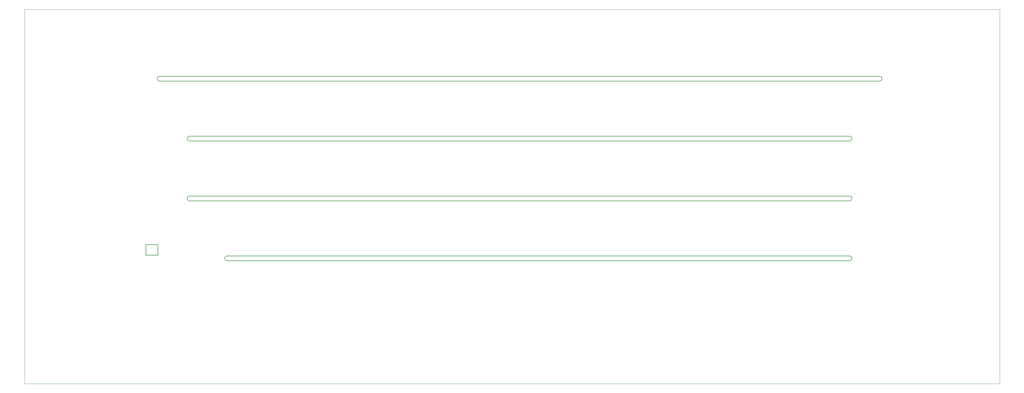
<source format=gbr>
%TF.GenerationSoftware,KiCad,Pcbnew,(5.1.10)-1*%
%TF.CreationDate,2022-05-03T20:22:30+07:00*%
%TF.ProjectId,75F,3735462e-6b69-4636-9164-5f7063625858,rev?*%
%TF.SameCoordinates,Original*%
%TF.FileFunction,Profile,NP*%
%FSLAX46Y46*%
G04 Gerber Fmt 4.6, Leading zero omitted, Abs format (unit mm)*
G04 Created by KiCad (PCBNEW (5.1.10)-1) date 2022-05-03 20:22:30*
%MOMM*%
%LPD*%
G01*
G04 APERTURE LIST*
%TA.AperFunction,Profile*%
%ADD10C,0.050000*%
%TD*%
%TA.AperFunction,Profile*%
%ADD11C,0.200000*%
%TD*%
%TA.AperFunction,Profile*%
%ADD12C,0.150000*%
%TD*%
G04 APERTURE END LIST*
D10*
X328612500Y-133350000D02*
X328612500Y-14287500D01*
X19050000Y-133350000D02*
X328612500Y-133350000D01*
X19050000Y-14287500D02*
X19050000Y-133350000D01*
X328612500Y-14287500D02*
X19050000Y-14287500D01*
D11*
X280987500Y-92750000D02*
G75*
G02*
X280987500Y-94250000I0J-750000D01*
G01*
X83343750Y-92750000D02*
X280987500Y-92750000D01*
X83343750Y-94250000D02*
X280987500Y-94250000D01*
X83343750Y-94250000D02*
G75*
G02*
X83343750Y-92750000I0J750000D01*
G01*
X280987500Y-73700000D02*
G75*
G02*
X280987500Y-75200000I0J-750000D01*
G01*
X71437500Y-73700000D02*
X280987500Y-73700000D01*
X71437500Y-75200000D02*
X280987500Y-75200000D01*
X71437500Y-75200000D02*
G75*
G02*
X71437500Y-73700000I0J750000D01*
G01*
X280987500Y-54650000D02*
G75*
G02*
X280987500Y-56150000I0J-750000D01*
G01*
X71437500Y-56150000D02*
G75*
G02*
X71437500Y-54650000I0J750000D01*
G01*
X71437500Y-54650000D02*
X280987500Y-54650000D01*
X71437500Y-56150000D02*
X280987500Y-56150000D01*
X61912500Y-37100000D02*
X290512500Y-37100000D01*
X61912500Y-35600000D02*
X290512500Y-35600000D01*
X290512500Y-35600000D02*
G75*
G02*
X290512500Y-37100000I0J-750000D01*
G01*
X61912500Y-37100000D02*
G75*
G02*
X61912500Y-35600000I0J750000D01*
G01*
D12*
%TO.C,RGB14*%
X61431250Y-89105000D02*
X61431250Y-92505000D01*
X57631250Y-92505000D02*
X61431250Y-92505000D01*
X57631250Y-89105000D02*
X57631250Y-92505000D01*
X57631250Y-89105000D02*
X61431250Y-89105000D01*
%TD*%
M02*

</source>
